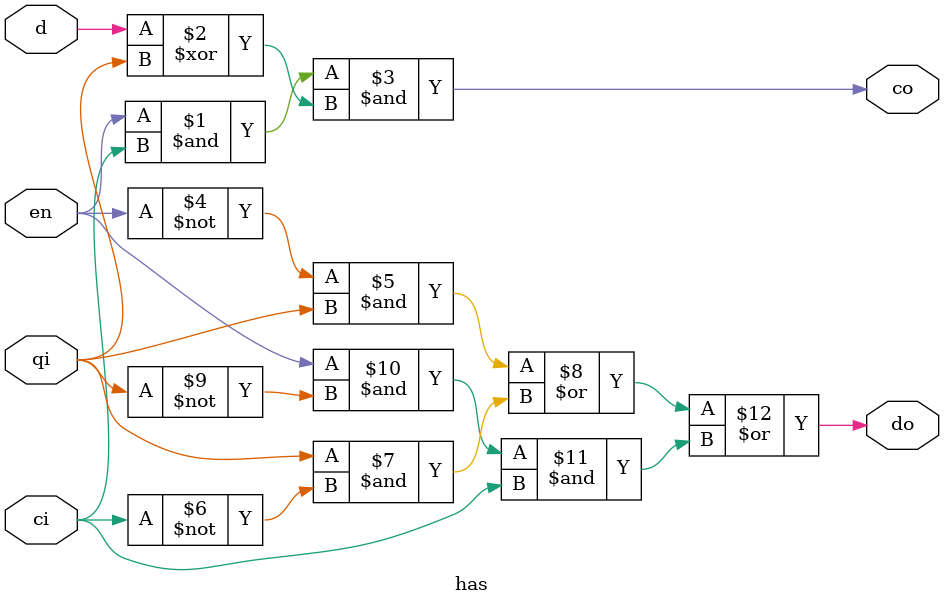
<source format=v>
module has(
    input en, d, qi, ci,
    output co, do
  );
  
assign co = en & ci & (d ^ qi);
assign do = (~en & qi) | (qi & ~ci) | (en & ~qi & ci);
  
endmodule

</source>
